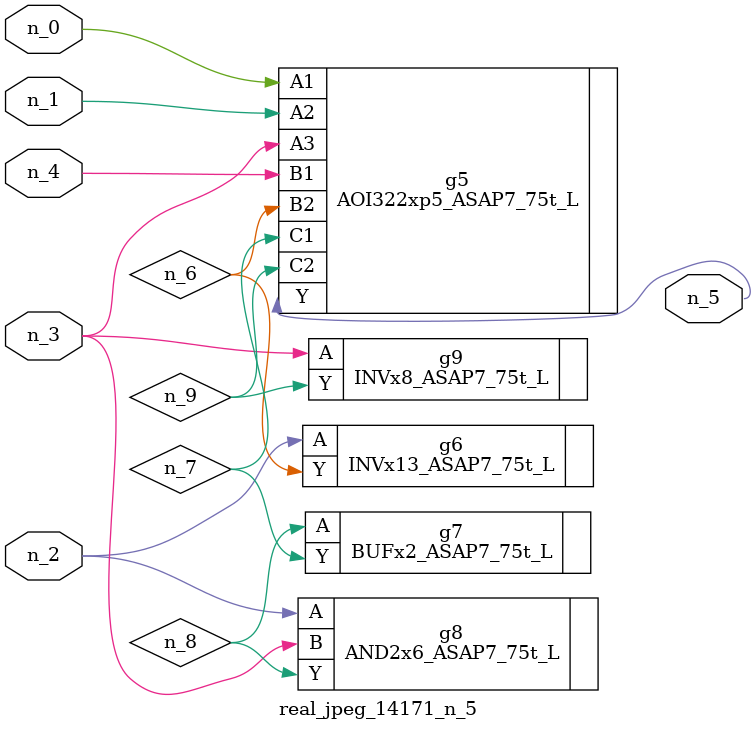
<source format=v>
module real_jpeg_14171_n_5 (n_4, n_0, n_1, n_2, n_3, n_5);

input n_4;
input n_0;
input n_1;
input n_2;
input n_3;

output n_5;

wire n_8;
wire n_6;
wire n_7;
wire n_9;

AOI322xp5_ASAP7_75t_L g5 ( 
.A1(n_0),
.A2(n_1),
.A3(n_3),
.B1(n_4),
.B2(n_6),
.C1(n_7),
.C2(n_9),
.Y(n_5)
);

INVx13_ASAP7_75t_L g6 ( 
.A(n_2),
.Y(n_6)
);

AND2x6_ASAP7_75t_L g8 ( 
.A(n_2),
.B(n_3),
.Y(n_8)
);

INVx8_ASAP7_75t_L g9 ( 
.A(n_3),
.Y(n_9)
);

BUFx2_ASAP7_75t_L g7 ( 
.A(n_8),
.Y(n_7)
);


endmodule
</source>
